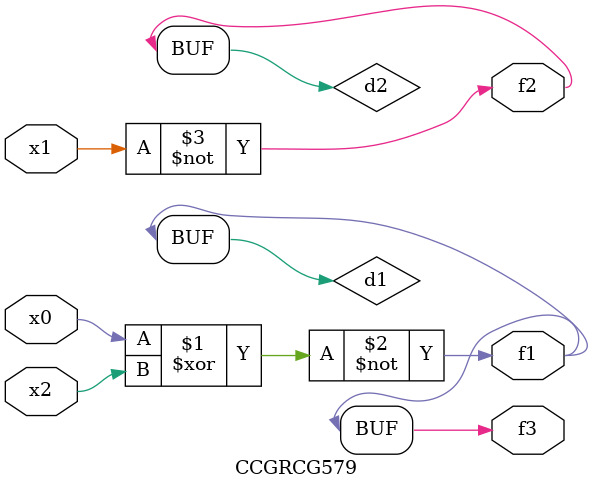
<source format=v>
module CCGRCG579(
	input x0, x1, x2,
	output f1, f2, f3
);

	wire d1, d2, d3;

	xnor (d1, x0, x2);
	nand (d2, x1);
	nor (d3, x1, x2);
	assign f1 = d1;
	assign f2 = d2;
	assign f3 = d1;
endmodule

</source>
